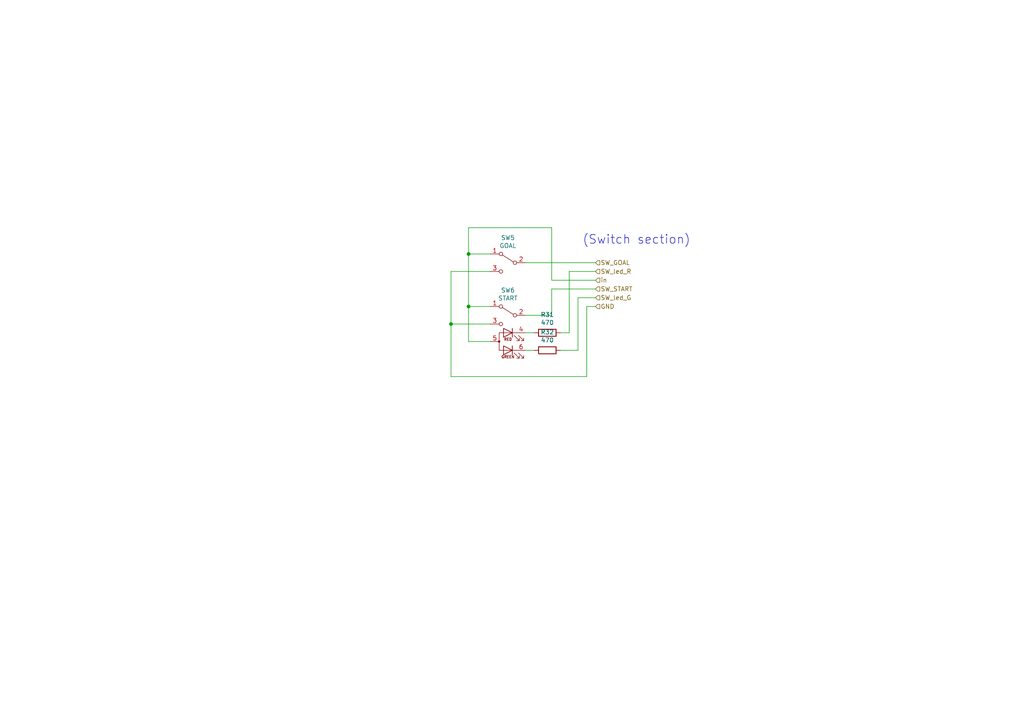
<source format=kicad_sch>
(kicad_sch (version 20211123) (generator eeschema)
  (paper "A4")
  (lib_symbols
    (symbol "0.main.robot.library:SW_NKK_B-12CCPRM" (pin_names (offset 1.016) hide)
      (property "Reference" "SW" (at 0 9.398 0))
      (property "Value" "0.main.robot.library_SW_NKK_B-12CCPRM" (at 0 -8.89 0))
      (symbol "SW_NKK_B-12CCPRM_0_0"
        (circle (center -2.032 5.08) (radius 0.508))
        (polyline (pts (xy -2.54 -5.08) (xy 2.54 -5.08)))
        (polyline (pts (xy -2.54 0) (xy 2.54 0)))
        (circle (center 2.032 2.54) (radius 0.508))
        (text "GREEN" (at 0 -6.985 0) (effects (font (size 0.762 0.762))))
        (text "RED" (at 0 -1.905 0) (effects (font (size 0.762 0.762))))
      )
      (symbol "SW_NKK_B-12CCPRM_0_1"
        (polyline (pts (xy -1.524 5.334) (xy 1.651 7.366)))
        (polyline (pts (xy -1.27 -6.35) (xy -1.27 -3.81)) (stroke (width 0.2032)))
        (polyline (pts (xy -1.27 -1.27) (xy -1.27 1.27)) (stroke (width 0.2032)))
        (polyline (pts (xy 2.54 0) (xy 2.54 -5.08)))
        (polyline (pts (xy 1.27 -6.35) (xy 1.27 -3.81) (xy -1.27 -5.08) (xy 1.27 -6.35)) (stroke (width 0.2032)))
        (polyline (pts (xy 1.27 -1.27) (xy 1.27 1.27) (xy -1.27 0) (xy 1.27 -1.27)) (stroke (width 0.2032)))
        (polyline (pts (xy -3.048 -5.842) (xy -4.572 -7.366) (xy -3.81 -7.366) (xy -4.572 -7.366) (xy -4.572 -6.604)))
        (polyline (pts (xy -3.048 -0.762) (xy -4.572 -2.286) (xy -3.81 -2.286) (xy -4.572 -2.286) (xy -4.572 -1.524)))
        (polyline (pts (xy -1.778 -5.842) (xy -3.302 -7.366) (xy -2.54 -7.366) (xy -3.302 -7.366) (xy -3.302 -6.604)))
        (polyline (pts (xy -1.778 -0.762) (xy -3.302 -2.286) (xy -2.54 -2.286) (xy -3.302 -2.286) (xy -3.302 -1.524)))
        (circle (center 2.032 7.62) (radius 0.508))
        (circle (center 2.54 -2.54) (radius 0.254) (fill (type outline)))
        (pin passive line (at -5.08 0 0) (length 2.54) (name "KR") (number "4"))
        (pin passive line (at 5.08 -2.54 180) (length 2.54) (name "A") (number "5"))
        (pin passive line (at -5.08 -5.08 0) (length 2.54) (name "KG") (number "6"))
      )
      (symbol "SW_NKK_B-12CCPRM_1_1"
        (pin passive line (at 5.08 7.62 180) (length 2.54) (name "A") (number "1"))
        (pin passive line (at -5.08 5.08 0) (length 2.54) (name "B") (number "2"))
        (pin passive line (at 5.08 2.54 180) (length 2.54) (name "C") (number "3"))
      )
    )
    (symbol "Device:R" (pin_numbers hide) (pin_names (offset 0))
      (property "Reference" "R" (at 2.032 0 90))
      (property "Value" "R" (at 0 0 90))
      (symbol "R_0_1"
        (rectangle (start -1.016 -2.54) (end 1.016 2.54) (stroke (width 0.254)))
      )
      (symbol "R_1_1"
        (pin passive line (at 0 3.81 270) (length 1.27) (name "~") (number "1"))
        (pin passive line (at 0 -3.81 90) (length 1.27) (name "~") (number "2"))
      )
    )
    (symbol "Switch:SW_SPDT" (pin_names (offset 0) hide)
      (property "Reference" "SW" (at 0 4.318 0))
      (property "Value" "SW_SPDT" (at 0 -5.08 0))
      (symbol "SW_SPDT_0_0"
        (circle (center -2.032 0) (radius 0.508))
        (circle (center 2.032 -2.54) (radius 0.508))
      )
      (symbol "SW_SPDT_0_1"
        (polyline (pts (xy -1.524 0.254) (xy 1.651 2.286)))
        (circle (center 2.032 2.54) (radius 0.508))
      )
      (symbol "SW_SPDT_1_1"
        (pin passive line (at 5.08 2.54 180) (length 2.54) (name "A") (number "1"))
        (pin passive line (at -5.08 0 0) (length 2.54) (name "B") (number "2"))
        (pin passive line (at 5.08 -2.54 180) (length 2.54) (name "C") (number "3"))
      )
    )
  )
  (junction (at 135.89 73.66))
  (junction (at 130.81 93.98))
  (junction (at 135.89 88.9))
  (wire (pts (xy 152.4 101.6) (xy 154.94 101.6)))
  (wire (pts (xy 135.89 88.9) (xy 142.24 88.9)))
  (wire (pts (xy 165.1 96.52) (xy 165.1 78.74)))
  (wire (pts (xy 162.56 101.6) (xy 167.64 101.6)))
  (wire (pts (xy 135.89 88.9) (xy 135.89 99.06)))
  (wire (pts (xy 167.64 86.36) (xy 172.72 86.36)))
  (wire (pts (xy 160.02 81.28) (xy 160.02 66.04)))
  (wire (pts (xy 135.89 66.04) (xy 135.89 73.66)))
  (wire (pts (xy 152.4 91.44) (xy 160.02 91.44)))
  (wire (pts (xy 152.4 76.2) (xy 172.72 76.2)))
  (wire (pts (xy 130.81 109.22) (xy 170.18 109.22)))
  (wire (pts (xy 162.56 96.52) (xy 165.1 96.52)))
  (wire (pts (xy 170.18 88.9) (xy 172.72 88.9)))
  (wire (pts (xy 142.24 93.98) (xy 130.81 93.98)))
  (wire (pts (xy 152.4 96.52) (xy 154.94 96.52)))
  (wire (pts (xy 142.24 78.74) (xy 130.81 78.74)))
  (wire (pts (xy 135.89 99.06) (xy 142.24 99.06)))
  (wire (pts (xy 170.18 109.22) (xy 170.18 88.9)))
  (wire (pts (xy 142.24 73.66) (xy 135.89 73.66)))
  (wire (pts (xy 172.72 81.28) (xy 160.02 81.28)))
  (wire (pts (xy 160.02 91.44) (xy 160.02 83.82)))
  (wire (pts (xy 167.64 101.6) (xy 167.64 86.36)))
  (wire (pts (xy 130.81 78.74) (xy 130.81 93.98)))
  (wire (pts (xy 160.02 66.04) (xy 135.89 66.04)))
  (wire (pts (xy 135.89 73.66) (xy 135.89 88.9)))
  (wire (pts (xy 130.81 93.98) (xy 130.81 109.22)))
  (wire (pts (xy 160.02 83.82) (xy 172.72 83.82)))
  (wire (pts (xy 165.1 78.74) (xy 172.72 78.74)))
  (text "(Switch section)" (at 168.91 71.12 0) (effects (font (size 2.54 2.54)) (justify left bottom)))
  (hierarchical_label "GND" (shape input) (at 172.72 88.9 0))
  (hierarchical_label "SW_led_G" (shape input) (at 172.72 86.36 0))
  (hierarchical_label "SW_START" (shape input) (at 172.72 83.82 0))
  (hierarchical_label "SW_led_R" (shape input) (at 172.72 78.74 0))
  (hierarchical_label "SW_GOAL" (shape input) (at 172.72 76.2 0))
  (hierarchical_label "in" (shape input) (at 172.72 81.28 0))
  (symbol (lib_id "Device:R") (at 158.75 96.52 270) (unit 1)
    (property "Reference" "R31" (at 158.75 91.2622 90))
    (property "Value" "470" (at 158.75 93.5736 90))
    (property "Footprint" "Resistor_SMD:R_0603_1608Metric_Pad0.98x0.95mm_HandSolder" (effects hide))
  )
  (symbol (lib_id "Device:R") (at 158.75 101.6 270) (unit 1)
    (property "Reference" "R32" (at 158.75 96.3422 90))
    (property "Value" "470" (at 158.75 98.6536 90))
    (property "Footprint" "Resistor_SMD:R_0603_1608Metric_Pad0.98x0.95mm_HandSolder" (effects hide))
  )
  (symbol (lib_id "Switch:SW_SPDT") (at 147.32 76.2 0) (mirror y) (unit 1)
    (property "Reference" "SW5" (at 147.32 68.961 0))
    (property "Value" "GOAL" (at 147.32 71.2724 0))
    (property "Footprint" "0.main.robot:MFS101D-14-Z" (effects hide))
  )
  (symbol (lib_id "0.main.robot.library:SW_NKK_B-12CCPRM") (at 147.32 96.52 0) (mirror y) (unit 1)
    (property "Reference" "SW6" (at 147.32 84.201 0))
    (property "Value" "START" (at 147.32 86.5124 0))
    (property "Footprint" "0.main.robot:SW_NKK_B-12CCPRM" (effects hide))
    (property "Datasheet" "http://www.nkkswitches.com/pdf/gwillum.pdf" (effects hide))
  )
)
</source>
